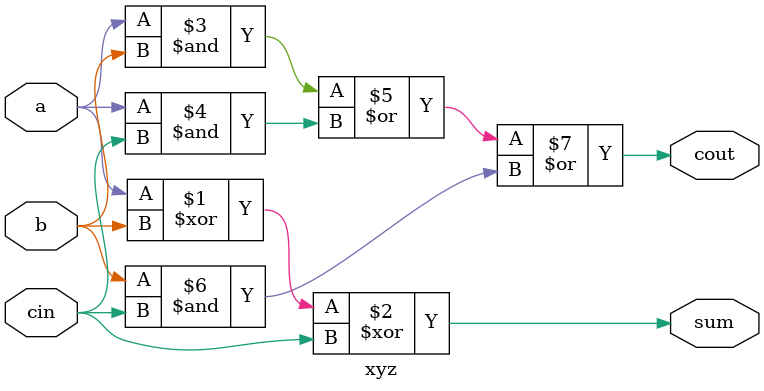
<source format=v>
`timescale 1ns / 1ps

module xyz(a, b, cin, sum, cout);
input a, b, cin;
output sum, cout;


    assign sum  =  a^b^cin;	// ^ xor operation in Verilog
    assign cout = (a & b)|(a & cin)|(b & cin);	 // & and operation, | or operation

endmodule
</source>
